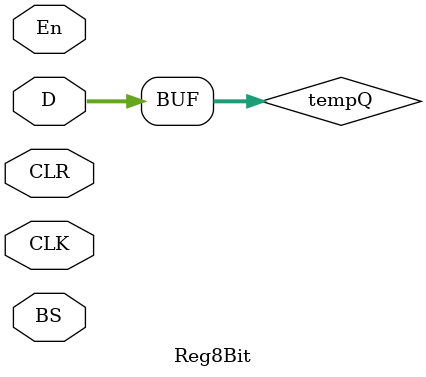
<source format=v>
`timescale 1ns / 1ps
module Reg8Bit(
	input [7:0] D,
	input [7:0] BS,
    input CLK,
    input CLR,
    input En
	 
    );
	   reg[7:0] tempQ;

  always @(posedge CLK)
  begin
    if (En)
    begin
      if (CLR)
        tempQ = 8'b00000000;
      else
        tempQ = BS;
    end
  end
assign D = tempQ;


endmodule

</source>
